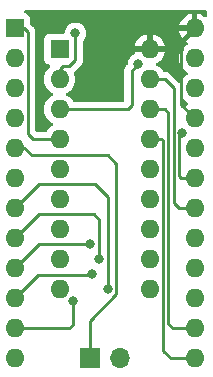
<source format=gbr>
%TF.GenerationSoftware,KiCad,Pcbnew,7.0.6*%
%TF.CreationDate,2023-09-03T23:35:14+01:00*%
%TF.ProjectId,TRSG3JPMod,54525347-334a-4504-9d6f-642e6b696361,rev?*%
%TF.SameCoordinates,Original*%
%TF.FileFunction,Copper,L1,Top*%
%TF.FilePolarity,Positive*%
%FSLAX46Y46*%
G04 Gerber Fmt 4.6, Leading zero omitted, Abs format (unit mm)*
G04 Created by KiCad (PCBNEW 7.0.6) date 2023-09-03 23:35:14*
%MOMM*%
%LPD*%
G01*
G04 APERTURE LIST*
%TA.AperFunction,ComponentPad*%
%ADD10O,1.600000X1.600000*%
%TD*%
%TA.AperFunction,ComponentPad*%
%ADD11R,1.600000X1.600000*%
%TD*%
%TA.AperFunction,ComponentPad*%
%ADD12R,1.700000X1.700000*%
%TD*%
%TA.AperFunction,ComponentPad*%
%ADD13O,1.700000X1.700000*%
%TD*%
%TA.AperFunction,ViaPad*%
%ADD14C,0.800000*%
%TD*%
%TA.AperFunction,Conductor*%
%ADD15C,0.250000*%
%TD*%
%TA.AperFunction,Conductor*%
%ADD16C,0.381000*%
%TD*%
G04 APERTURE END LIST*
D10*
%TO.P,J1,18,Pin_18*%
%TO.N,+5V*%
X119420000Y-58485000D03*
%TO.P,J1,17,Pin_17*%
%TO.N,CSA*%
X119420000Y-61025000D03*
%TO.P,J1,16,Pin_16*%
%TO.N,/O4*%
X119420000Y-63565000D03*
%TO.P,J1,15,Pin_15*%
%TO.N,/O3*%
X119420000Y-66105000D03*
%TO.P,J1,14,Pin_14*%
%TO.N,/O2*%
X119420000Y-68645000D03*
%TO.P,J1,13,Pin_13*%
%TO.N,/O1*%
X119420000Y-71185000D03*
%TO.P,J1,12,Pin_12*%
%TO.N,/O0*%
X119420000Y-73725000D03*
%TO.P,J1,11,Pin_11*%
%TO.N,RS1*%
X119420000Y-76265000D03*
%TO.P,J1,10,Pin_10*%
%TO.N,RS2*%
X119420000Y-78805000D03*
%TO.P,J1,9,Pin_9*%
%TO.N,GND*%
X111800000Y-78805000D03*
%TO.P,J1,8,Pin_8*%
%TO.N,RS3*%
X111800000Y-76265000D03*
%TO.P,J1,7,Pin_7*%
%TO.N,/I0*%
X111800000Y-73725000D03*
%TO.P,J1,6,Pin_6*%
%TO.N,/I1*%
X111800000Y-71185000D03*
%TO.P,J1,5,Pin_5*%
%TO.N,/I2*%
X111800000Y-68645000D03*
%TO.P,J1,4,Pin_4*%
%TO.N,/I3*%
X111800000Y-66105000D03*
%TO.P,J1,3,Pin_3*%
%TO.N,/I4*%
X111800000Y-63565000D03*
%TO.P,J1,2,Pin_2*%
%TO.N,/I5*%
X111800000Y-61025000D03*
D11*
%TO.P,J1,1,Pin_1*%
%TO.N,/I6*%
X111800000Y-58485000D03*
%TD*%
D12*
%TO.P,J2,1,Pin_1*%
%TO.N,Z12p11*%
X114325000Y-84625000D03*
D13*
%TO.P,J2,2,Pin_2*%
%TO.N,Z10p14*%
X116865000Y-84625000D03*
%TD*%
D11*
%TO.P,U1,1,A7*%
%TO.N,/I3*%
X107975000Y-56725000D03*
D10*
%TO.P,U1,2,A6*%
%TO.N,/I2*%
X107975000Y-59265000D03*
%TO.P,U1,3,A5*%
%TO.N,/I1*%
X107975000Y-61805000D03*
%TO.P,U1,4,A4*%
%TO.N,/I0*%
X107975000Y-64345000D03*
%TO.P,U1,5,A3*%
%TO.N,Z12p11*%
X107975000Y-66885000D03*
%TO.P,U1,6,A2*%
%TO.N,RS3*%
X107975000Y-69425000D03*
%TO.P,U1,7,A1*%
%TO.N,RS2*%
X107975000Y-71965000D03*
%TO.P,U1,8,A0*%
%TO.N,RS1*%
X107975000Y-74505000D03*
%TO.P,U1,9,D0*%
%TO.N,/O0*%
X107975000Y-77045000D03*
%TO.P,U1,10,D1*%
%TO.N,/O1*%
X107975000Y-79585000D03*
%TO.P,U1,11,D2*%
%TO.N,/O2*%
X107975000Y-82125000D03*
%TO.P,U1,12,GND*%
%TO.N,GND*%
X107975000Y-84665000D03*
%TO.P,U1,13,D3*%
%TO.N,/O3*%
X123215000Y-84665000D03*
%TO.P,U1,14,D4*%
%TO.N,/O4*%
X123215000Y-82125000D03*
%TO.P,U1,15,D5*%
%TO.N,Z10p14*%
X123215000Y-79585000D03*
%TO.P,U1,16,D6*%
%TO.N,unconnected-(U1-D6-Pad16)*%
X123215000Y-77045000D03*
%TO.P,U1,17,D7*%
%TO.N,unconnected-(U1-D7-Pad17)*%
X123215000Y-74505000D03*
%TO.P,U1,18,A11*%
%TO.N,CSA*%
X123215000Y-71965000D03*
%TO.P,U1,19,A10*%
%TO.N,/I6*%
X123215000Y-69425000D03*
%TO.P,U1,20,~{OE}*%
%TO.N,GND*%
X123215000Y-66885000D03*
%TO.P,U1,21,VPP*%
%TO.N,+5V*%
X123215000Y-64345000D03*
%TO.P,U1,22,A9*%
%TO.N,/I5*%
X123215000Y-61805000D03*
%TO.P,U1,23,A8*%
%TO.N,/I4*%
X123215000Y-59265000D03*
%TO.P,U1,24,VCC*%
%TO.N,+5V*%
X123215000Y-56725000D03*
%TD*%
D14*
%TO.N,/I4*%
X118450000Y-59750000D03*
%TO.N,/I5*%
X113125000Y-57150000D03*
%TO.N,/I6*%
X122169500Y-65550000D03*
%TO.N,RS2*%
X115850000Y-78800000D03*
%TO.N,RS1*%
X115150000Y-76250000D03*
%TO.N,/O0*%
X114374000Y-74975000D03*
%TO.N,/O1*%
X114525000Y-77550000D03*
%TO.N,/O2*%
X112925000Y-79775000D03*
%TD*%
D15*
%TO.N,/O1*%
X107975000Y-79575000D02*
X107975000Y-79585000D01*
X109975000Y-77575000D02*
X107975000Y-79575000D01*
X114500000Y-77575000D02*
X109975000Y-77575000D01*
X114525000Y-77550000D02*
X114500000Y-77575000D01*
%TO.N,/I5*%
X112610000Y-59925000D02*
X112050000Y-59925000D01*
X112050000Y-59925000D02*
X111800000Y-60175000D01*
X113125000Y-59410000D02*
X112610000Y-59925000D01*
X111800000Y-60175000D02*
X111800000Y-61025000D01*
X113125000Y-57150000D02*
X113125000Y-59410000D01*
%TO.N,/I4*%
X117900000Y-63225000D02*
X117560000Y-63565000D01*
X117900000Y-60300000D02*
X117900000Y-63225000D01*
X118450000Y-59750000D02*
X117900000Y-60300000D01*
X117560000Y-63565000D02*
X111800000Y-63565000D01*
%TO.N,/I6*%
X121895000Y-65824500D02*
X122169500Y-65550000D01*
X121895000Y-69236370D02*
X121895000Y-65824500D01*
X122083630Y-69425000D02*
X121895000Y-69236370D01*
X123215000Y-69425000D02*
X122083630Y-69425000D01*
%TO.N,CSA*%
X120675000Y-61025000D02*
X119420000Y-61025000D01*
X121445000Y-71475000D02*
X121445000Y-61795000D01*
X121445000Y-61795000D02*
X120675000Y-61025000D01*
X123215000Y-71965000D02*
X121935000Y-71965000D01*
X121935000Y-71965000D02*
X121445000Y-71475000D01*
%TO.N,/O4*%
X120995000Y-63870000D02*
X120690000Y-63565000D01*
X121400000Y-82125000D02*
X120995000Y-81720000D01*
X123215000Y-82125000D02*
X121400000Y-82125000D01*
X120995000Y-81720000D02*
X120995000Y-63870000D01*
X120690000Y-63565000D02*
X119420000Y-63565000D01*
%TO.N,/O3*%
X121190000Y-84665000D02*
X123215000Y-84665000D01*
X120545000Y-84020000D02*
X121190000Y-84665000D01*
X120545000Y-66220000D02*
X120545000Y-84020000D01*
X120430000Y-66105000D02*
X120545000Y-66220000D01*
X119420000Y-66105000D02*
X120430000Y-66105000D01*
D16*
%TO.N,+5V*%
X122082500Y-58450000D02*
X122047500Y-58485000D01*
X122082500Y-57857500D02*
X123215000Y-56725000D01*
X122047500Y-58485000D02*
X119420000Y-58485000D01*
X122082500Y-58450000D02*
X122082500Y-57857500D01*
D15*
X122082500Y-58450000D02*
X122082500Y-63212500D01*
X122082500Y-63212500D02*
X123215000Y-64345000D01*
%TO.N,Z12p11*%
X114325000Y-81475000D02*
X114325000Y-84625000D01*
X116575000Y-79225000D02*
X114325000Y-81475000D01*
X116575000Y-68175000D02*
X116575000Y-79225000D01*
X115875000Y-67475000D02*
X116575000Y-68175000D01*
X109450000Y-67475000D02*
X115875000Y-67475000D01*
X108885000Y-66910000D02*
X109450000Y-67475000D01*
X108885000Y-66885000D02*
X108885000Y-66910000D01*
X107975000Y-66885000D02*
X108885000Y-66885000D01*
%TO.N,/I3*%
X108775000Y-56725000D02*
X107975000Y-56725000D01*
X109100000Y-65650000D02*
X109100000Y-57050000D01*
X109555000Y-66105000D02*
X109100000Y-65650000D01*
X111800000Y-66105000D02*
X109555000Y-66105000D01*
X109100000Y-57050000D02*
X108775000Y-56725000D01*
%TO.N,RS2*%
X115875000Y-71000000D02*
X115875000Y-78775000D01*
X114800000Y-69925000D02*
X115875000Y-71000000D01*
X112761396Y-69900000D02*
X112786396Y-69925000D01*
X112786396Y-69925000D02*
X114800000Y-69925000D01*
X110040000Y-69900000D02*
X112761396Y-69900000D01*
X115875000Y-78775000D02*
X115850000Y-78800000D01*
X107975000Y-71965000D02*
X110040000Y-69900000D01*
%TO.N,RS1*%
X115150000Y-72925000D02*
X115150000Y-76250000D01*
X114700000Y-72475000D02*
X115150000Y-72925000D01*
X110005000Y-72475000D02*
X114700000Y-72475000D01*
X107975000Y-74505000D02*
X110005000Y-72475000D01*
%TO.N,/O0*%
X107975000Y-77045000D02*
X110045000Y-74975000D01*
X110045000Y-74975000D02*
X114374000Y-74975000D01*
%TO.N,/O2*%
X112600000Y-82125000D02*
X107975000Y-82125000D01*
X112925000Y-81800000D02*
X112600000Y-82125000D01*
X112925000Y-79775000D02*
X112925000Y-81800000D01*
%TD*%
%TA.AperFunction,Conductor*%
%TO.N,+5V*%
G36*
X124217539Y-55195185D02*
G01*
X124263294Y-55247989D01*
X124274500Y-55299500D01*
X124274500Y-55646660D01*
X124254815Y-55713699D01*
X124202011Y-55759454D01*
X124132853Y-55769398D01*
X124069297Y-55740373D01*
X124062819Y-55734341D01*
X124053820Y-55725342D01*
X123867482Y-55594865D01*
X123661328Y-55498734D01*
X123464999Y-55446127D01*
X123464999Y-56409313D01*
X123453045Y-56397359D01*
X123340148Y-56339835D01*
X123246481Y-56325000D01*
X123183519Y-56325000D01*
X123089852Y-56339835D01*
X122976955Y-56397359D01*
X122965000Y-56409313D01*
X122965000Y-55446127D01*
X122768671Y-55498734D01*
X122562517Y-55594865D01*
X122376179Y-55725342D01*
X122215342Y-55886179D01*
X122084865Y-56072517D01*
X121988734Y-56278673D01*
X121988730Y-56278682D01*
X121936127Y-56474999D01*
X121936128Y-56475000D01*
X122899314Y-56475000D01*
X122887359Y-56486955D01*
X122829835Y-56599852D01*
X122810014Y-56725000D01*
X122829835Y-56850148D01*
X122887359Y-56963045D01*
X122899314Y-56975000D01*
X121936128Y-56975000D01*
X121988730Y-57171317D01*
X121988734Y-57171326D01*
X122084865Y-57377482D01*
X122215342Y-57563820D01*
X122376179Y-57724657D01*
X122562517Y-57855133D01*
X122611399Y-57877927D01*
X122663839Y-57924099D01*
X122682992Y-57991292D01*
X122662777Y-58058174D01*
X122611402Y-58102691D01*
X122558256Y-58127474D01*
X122558252Y-58127476D01*
X122515575Y-58157359D01*
X122370700Y-58258802D01*
X122370698Y-58258803D01*
X122370695Y-58258806D01*
X122208806Y-58420695D01*
X122077476Y-58608252D01*
X122077475Y-58608254D01*
X121980718Y-58815750D01*
X121980714Y-58815761D01*
X121921457Y-59036910D01*
X121921456Y-59036918D01*
X121901502Y-59264998D01*
X121901502Y-59265001D01*
X121921456Y-59493081D01*
X121921457Y-59493089D01*
X121980714Y-59714238D01*
X121980718Y-59714249D01*
X122060720Y-59885814D01*
X122077477Y-59921749D01*
X122208802Y-60109300D01*
X122370700Y-60271198D01*
X122541042Y-60390473D01*
X122558251Y-60402523D01*
X122601345Y-60422618D01*
X122653784Y-60468791D01*
X122672936Y-60535984D01*
X122652720Y-60602865D01*
X122601345Y-60647382D01*
X122558251Y-60667476D01*
X122433126Y-60755090D01*
X122370700Y-60798802D01*
X122370698Y-60798803D01*
X122370695Y-60798806D01*
X122208806Y-60960695D01*
X122077478Y-61148249D01*
X122030416Y-61249173D01*
X121984243Y-61301612D01*
X121917049Y-61320763D01*
X121850168Y-61300547D01*
X121830353Y-61284448D01*
X121182088Y-60636183D01*
X121172187Y-60623823D01*
X121171977Y-60623998D01*
X121167002Y-60617986D01*
X121167000Y-60617982D01*
X121137649Y-60590420D01*
X121115922Y-60570016D01*
X121094768Y-60548863D01*
X121092792Y-60547331D01*
X121089183Y-60544531D01*
X121084750Y-60540744D01*
X121080361Y-60536623D01*
X121050321Y-60508414D01*
X121050319Y-60508412D01*
X121032431Y-60498578D01*
X121016170Y-60487897D01*
X121000039Y-60475384D01*
X120956693Y-60456627D01*
X120951445Y-60454056D01*
X120924251Y-60439106D01*
X120910060Y-60431305D01*
X120903194Y-60429542D01*
X120890287Y-60426228D01*
X120871881Y-60419926D01*
X120853144Y-60411818D01*
X120853146Y-60411818D01*
X120806496Y-60404430D01*
X120800781Y-60403246D01*
X120780612Y-60398068D01*
X120755032Y-60391500D01*
X120755030Y-60391500D01*
X120734616Y-60391500D01*
X120715217Y-60389973D01*
X120695058Y-60386780D01*
X120695057Y-60386780D01*
X120648034Y-60391225D01*
X120642196Y-60391500D01*
X120638352Y-60391500D01*
X120571313Y-60371815D01*
X120536779Y-60338626D01*
X120426198Y-60180700D01*
X120264300Y-60018802D01*
X120076749Y-59887477D01*
X120023596Y-59862691D01*
X119971158Y-59816519D01*
X119952007Y-59749325D01*
X119972223Y-59682444D01*
X120023600Y-59637927D01*
X120072483Y-59615133D01*
X120258820Y-59484657D01*
X120419657Y-59323820D01*
X120550134Y-59137482D01*
X120646265Y-58931326D01*
X120646269Y-58931317D01*
X120698872Y-58735000D01*
X119735686Y-58735000D01*
X119747641Y-58723045D01*
X119805165Y-58610148D01*
X119824986Y-58485000D01*
X119805165Y-58359852D01*
X119747641Y-58246955D01*
X119735686Y-58235000D01*
X120698872Y-58235000D01*
X120698872Y-58234999D01*
X120646269Y-58038682D01*
X120646265Y-58038673D01*
X120550134Y-57832517D01*
X120419657Y-57646179D01*
X120258820Y-57485342D01*
X120072482Y-57354865D01*
X119866328Y-57258734D01*
X119670000Y-57206127D01*
X119669999Y-58169313D01*
X119658045Y-58157359D01*
X119545148Y-58099835D01*
X119451481Y-58085000D01*
X119388519Y-58085000D01*
X119294852Y-58099835D01*
X119181955Y-58157359D01*
X119170000Y-58169314D01*
X119170000Y-57206127D01*
X118973671Y-57258734D01*
X118767517Y-57354865D01*
X118581179Y-57485342D01*
X118420342Y-57646179D01*
X118289865Y-57832517D01*
X118193734Y-58038673D01*
X118193730Y-58038682D01*
X118141127Y-58234999D01*
X118141128Y-58235000D01*
X119104314Y-58235000D01*
X119092359Y-58246955D01*
X119034835Y-58359852D01*
X119015014Y-58485000D01*
X119034835Y-58610148D01*
X119092359Y-58723045D01*
X119104314Y-58735000D01*
X118141128Y-58735000D01*
X118151551Y-58773899D01*
X118149888Y-58843749D01*
X118110726Y-58901612D01*
X118082212Y-58919272D01*
X117993248Y-58958881D01*
X117838745Y-59071135D01*
X117710959Y-59213057D01*
X117615473Y-59378443D01*
X117615470Y-59378450D01*
X117563431Y-59538610D01*
X117556458Y-59560072D01*
X117551540Y-59606867D01*
X117539252Y-59723772D01*
X117512667Y-59788386D01*
X117494986Y-59806341D01*
X117492986Y-59807995D01*
X117445016Y-59859078D01*
X117423872Y-59880222D01*
X117423857Y-59880239D01*
X117419531Y-59885814D01*
X117415747Y-59890244D01*
X117383419Y-59924671D01*
X117383412Y-59924681D01*
X117373579Y-59942567D01*
X117362903Y-59958820D01*
X117350386Y-59974957D01*
X117350385Y-59974959D01*
X117331625Y-60018310D01*
X117329055Y-60023556D01*
X117306303Y-60064941D01*
X117306303Y-60064942D01*
X117301225Y-60084720D01*
X117294925Y-60103122D01*
X117286818Y-60121857D01*
X117279431Y-60168495D01*
X117278246Y-60174216D01*
X117266500Y-60219965D01*
X117266500Y-60240384D01*
X117264973Y-60259783D01*
X117261780Y-60279941D01*
X117261780Y-60279942D01*
X117266225Y-60326966D01*
X117266500Y-60332804D01*
X117266500Y-62807500D01*
X117246815Y-62874539D01*
X117194011Y-62920294D01*
X117142500Y-62931500D01*
X113018352Y-62931500D01*
X112951313Y-62911815D01*
X112916779Y-62878626D01*
X112806198Y-62720700D01*
X112644300Y-62558802D01*
X112456749Y-62427477D01*
X112413655Y-62407382D01*
X112361215Y-62361210D01*
X112342063Y-62294017D01*
X112362278Y-62227136D01*
X112413655Y-62182618D01*
X112416882Y-62181112D01*
X112456749Y-62162523D01*
X112644300Y-62031198D01*
X112806198Y-61869300D01*
X112937523Y-61681749D01*
X113034284Y-61474243D01*
X113093543Y-61253087D01*
X113113498Y-61025000D01*
X113093543Y-60796913D01*
X113034284Y-60575757D01*
X113034281Y-60575750D01*
X113016036Y-60536623D01*
X113005544Y-60467546D01*
X113034064Y-60403762D01*
X113043533Y-60393828D01*
X113047102Y-60390475D01*
X113047107Y-60390472D01*
X113077222Y-60354067D01*
X113081126Y-60349776D01*
X113513817Y-59917086D01*
X113526181Y-59907182D01*
X113526007Y-59906972D01*
X113532011Y-59902003D01*
X113532018Y-59902000D01*
X113579984Y-59850920D01*
X113601135Y-59829770D01*
X113605461Y-59824192D01*
X113609250Y-59819755D01*
X113641586Y-59785321D01*
X113651419Y-59767432D01*
X113662102Y-59751169D01*
X113674614Y-59735041D01*
X113693371Y-59691691D01*
X113695941Y-59686447D01*
X113718693Y-59645064D01*
X113718693Y-59645063D01*
X113718695Y-59645060D01*
X113723774Y-59625273D01*
X113730070Y-59606885D01*
X113738181Y-59588145D01*
X113745569Y-59541497D01*
X113746751Y-59535786D01*
X113758500Y-59490030D01*
X113758500Y-59469615D01*
X113760027Y-59450214D01*
X113763220Y-59430057D01*
X113758775Y-59383033D01*
X113758500Y-59377195D01*
X113758500Y-58723045D01*
X113758500Y-57851752D01*
X113778184Y-57784717D01*
X113790339Y-57768796D01*
X113864040Y-57686944D01*
X113959527Y-57521556D01*
X114018542Y-57339928D01*
X114038504Y-57150000D01*
X114018542Y-56960072D01*
X113959527Y-56778444D01*
X113864040Y-56613056D01*
X113736253Y-56471134D01*
X113581752Y-56358882D01*
X113407288Y-56281206D01*
X113407286Y-56281205D01*
X113220487Y-56241500D01*
X113029513Y-56241500D01*
X112842714Y-56281205D01*
X112842711Y-56281206D01*
X112842712Y-56281206D01*
X112711029Y-56339835D01*
X112668246Y-56358883D01*
X112513745Y-56471135D01*
X112385959Y-56613057D01*
X112290473Y-56778443D01*
X112290470Y-56778450D01*
X112241062Y-56930514D01*
X112231458Y-56960072D01*
X112220381Y-57065463D01*
X112193798Y-57130076D01*
X112136500Y-57170061D01*
X112097061Y-57176500D01*
X110951345Y-57176500D01*
X110890797Y-57183011D01*
X110890795Y-57183011D01*
X110753795Y-57234111D01*
X110636739Y-57321739D01*
X110549111Y-57438795D01*
X110498011Y-57575795D01*
X110498011Y-57575797D01*
X110491500Y-57636345D01*
X110491500Y-59333654D01*
X110498011Y-59394202D01*
X110498011Y-59394204D01*
X110549110Y-59531203D01*
X110549111Y-59531204D01*
X110636739Y-59648261D01*
X110753796Y-59735889D01*
X110853110Y-59772931D01*
X110890793Y-59786987D01*
X110890799Y-59786989D01*
X110905499Y-59788569D01*
X110970048Y-59815305D01*
X111009897Y-59872696D01*
X111012393Y-59942521D01*
X110976742Y-60002611D01*
X110963377Y-60013425D01*
X110956403Y-60018310D01*
X110955696Y-60018805D01*
X110793806Y-60180695D01*
X110793803Y-60180698D01*
X110793802Y-60180700D01*
X110724313Y-60279941D01*
X110662476Y-60368252D01*
X110662475Y-60368254D01*
X110565718Y-60575750D01*
X110565714Y-60575761D01*
X110506457Y-60796910D01*
X110506456Y-60796918D01*
X110486502Y-61024998D01*
X110486502Y-61025001D01*
X110506456Y-61253081D01*
X110506457Y-61253089D01*
X110565714Y-61474238D01*
X110565718Y-61474249D01*
X110613591Y-61576913D01*
X110662477Y-61681749D01*
X110793802Y-61869300D01*
X110955700Y-62031198D01*
X111143251Y-62162523D01*
X111186345Y-62182618D01*
X111238783Y-62228788D01*
X111257936Y-62295981D01*
X111237721Y-62362863D01*
X111186347Y-62407380D01*
X111143252Y-62427476D01*
X111072856Y-62476767D01*
X110955700Y-62558802D01*
X110955698Y-62558803D01*
X110955695Y-62558806D01*
X110793806Y-62720695D01*
X110793803Y-62720698D01*
X110793802Y-62720700D01*
X110725421Y-62818358D01*
X110662476Y-62908252D01*
X110662475Y-62908254D01*
X110565718Y-63115750D01*
X110565714Y-63115761D01*
X110506457Y-63336910D01*
X110506456Y-63336918D01*
X110486502Y-63564998D01*
X110486502Y-63565001D01*
X110506456Y-63793081D01*
X110506457Y-63793089D01*
X110565714Y-64014238D01*
X110565718Y-64014249D01*
X110661592Y-64219852D01*
X110662477Y-64221749D01*
X110793802Y-64409300D01*
X110955700Y-64571198D01*
X111143251Y-64702523D01*
X111186345Y-64722618D01*
X111238783Y-64768788D01*
X111257936Y-64835981D01*
X111237721Y-64902863D01*
X111186347Y-64947380D01*
X111143252Y-64967476D01*
X111143249Y-64967477D01*
X111143251Y-64967477D01*
X110955700Y-65098802D01*
X110955698Y-65098803D01*
X110955695Y-65098806D01*
X110793806Y-65260695D01*
X110793803Y-65260698D01*
X110793802Y-65260700D01*
X110683220Y-65418625D01*
X110628646Y-65462249D01*
X110581648Y-65471500D01*
X109868767Y-65471500D01*
X109801728Y-65451815D01*
X109781086Y-65435181D01*
X109769819Y-65423914D01*
X109736334Y-65362591D01*
X109733500Y-65336233D01*
X109733500Y-57133626D01*
X109735238Y-57117881D01*
X109734967Y-57117856D01*
X109735701Y-57110093D01*
X109733500Y-57040059D01*
X109733500Y-57010150D01*
X109733500Y-57010144D01*
X109732615Y-57003140D01*
X109732156Y-56997311D01*
X109730673Y-56950109D01*
X109724979Y-56930514D01*
X109721032Y-56911457D01*
X109718474Y-56891203D01*
X109701088Y-56847291D01*
X109699196Y-56841764D01*
X109693775Y-56823107D01*
X109686018Y-56796406D01*
X109675625Y-56778833D01*
X109667063Y-56761355D01*
X109659552Y-56742383D01*
X109659550Y-56742380D01*
X109659549Y-56742378D01*
X109631794Y-56704177D01*
X109628586Y-56699293D01*
X109620633Y-56685847D01*
X109604542Y-56658637D01*
X109590108Y-56644202D01*
X109577469Y-56629406D01*
X109565471Y-56612892D01*
X109529084Y-56582790D01*
X109524762Y-56578857D01*
X109319819Y-56373913D01*
X109286334Y-56312590D01*
X109283500Y-56286232D01*
X109283500Y-55876362D01*
X109283499Y-55876345D01*
X109280157Y-55845270D01*
X109276989Y-55815799D01*
X109225889Y-55678796D01*
X109138261Y-55561739D01*
X109021204Y-55474111D01*
X108884203Y-55423011D01*
X108882137Y-55422789D01*
X108880643Y-55422170D01*
X108876659Y-55421229D01*
X108876811Y-55420583D01*
X108817586Y-55396051D01*
X108777738Y-55338658D01*
X108775245Y-55268833D01*
X108810898Y-55208744D01*
X108873377Y-55177470D01*
X108895393Y-55175500D01*
X124150500Y-55175500D01*
X124217539Y-55195185D01*
G37*
%TD.AperFunction*%
%TA.AperFunction,Conductor*%
G36*
X122283701Y-62724645D02*
G01*
X122290179Y-62730677D01*
X122370700Y-62811198D01*
X122542116Y-62931225D01*
X122558251Y-62942523D01*
X122611401Y-62967307D01*
X122663840Y-63013479D01*
X122682992Y-63080673D01*
X122662776Y-63147554D01*
X122611401Y-63192071D01*
X122562517Y-63214865D01*
X122376179Y-63345342D01*
X122290180Y-63431342D01*
X122228857Y-63464827D01*
X122159165Y-63459843D01*
X122103232Y-63417971D01*
X122078815Y-63352507D01*
X122078499Y-63343661D01*
X122078499Y-63098543D01*
X122078499Y-62818354D01*
X122098182Y-62751319D01*
X122150986Y-62705564D01*
X122220145Y-62695620D01*
X122283701Y-62724645D01*
G37*
%TD.AperFunction*%
%TD*%
M02*

</source>
